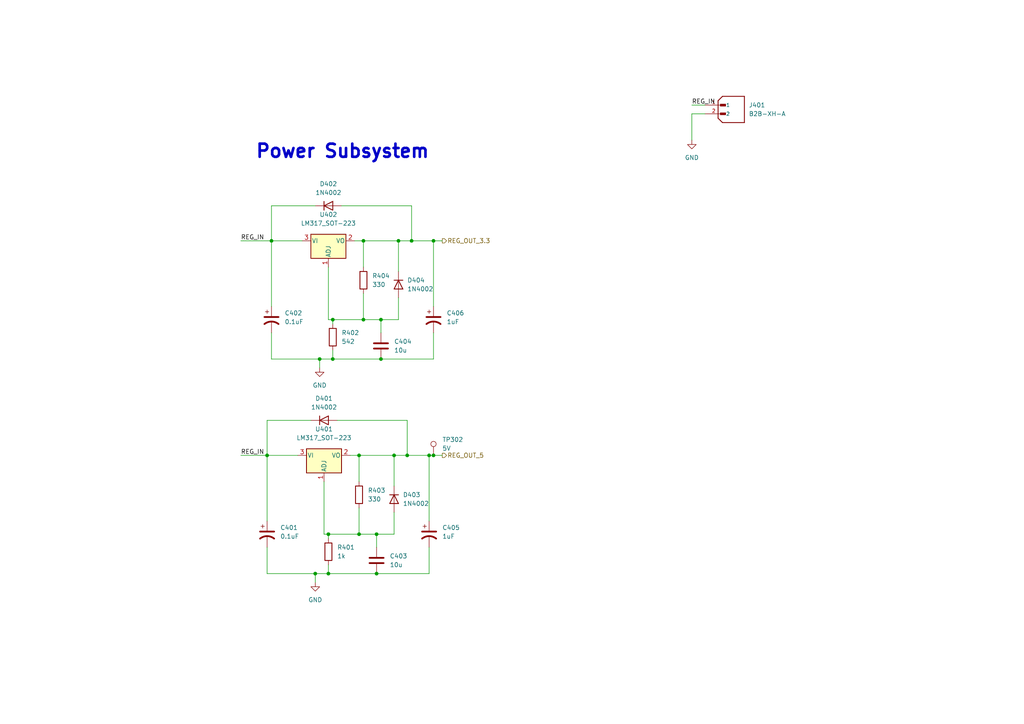
<source format=kicad_sch>
(kicad_sch (version 20250114) (generator "eeschema") (generator_version "9.0")
  (paper "A4")
  (lib_symbols
    (symbol "Battery Connector(JST-XH):B2B-XH-A" (pin_names (offset 1.016))
      (property "Reference" "J" (at -2.54 6.35 0))
      (property "Value" "B2B-XH-A" (at -2.54 -5.08 0))
      (symbol "B2B-XH-A_0_0"
        (polyline (pts (xy -3.81 3.81) (xy -3.81 -1.27)) (stroke (width 0.254)))
        (polyline (pts (xy -3.81 3.81) (xy -2.54 5.08)) (stroke (width 0.254)))
        (polyline (pts (xy -3.81 -1.27) (xy -2.54 -2.54)) (stroke (width 0.254)))
        (rectangle (start -3.175 2.2225) (end -1.5875 2.8575) (stroke (width 0.1)) (fill (type outline)))
        (rectangle (start -3.175 -0.3175) (end -1.5875 0.3175) (stroke (width 0.1)) (fill (type outline)))
        (polyline (pts (xy -2.54 -2.54) (xy 3.81 -2.54)) (stroke (width 0.254)))
        (polyline (pts (xy 3.81 5.08) (xy -2.54 5.08)) (stroke (width 0.254)))
        (polyline (pts (xy 3.81 -2.54) (xy 3.81 5.08)) (stroke (width 0.254)))
        (pin passive line (at -7.62 2.54 0) (length 5.08) (name "1") (number "1"))
        (pin passive line (at -7.62 0 0) (length 5.08) (name "2") (number "2"))
      )
    )
    (symbol "Connector:TestPoint" (pin_numbers (hide yes)) (pin_names (offset 0.762) (hide yes))
      (property "Reference" "TP" (at 0 6.858 0))
      (property "Value" "TestPoint" (at 0 5.08 0))
      (symbol "TestPoint_0_1"
        (circle (center 0 3.302) (radius 0.762))
      )
      (symbol "TestPoint_1_1"
        (pin passive line (at 0 0 90) (length 2.54) (name "1") (number "1"))
      )
    )
    (symbol "Device:C_Polarized_US" (pin_numbers (hide yes)) (pin_names (offset 0.254) (hide yes))
      (property "Reference" "C" (at 0.635 2.54 0))
      (property "Value" "C_Polarized_US" (at 0.635 -2.54 0))
      (symbol "C_Polarized_US_0_1"
        (polyline (pts (xy -2.032 0.762) (xy 2.032 0.762)) (stroke (width 0.508)))
        (polyline (pts (xy -1.778 2.286) (xy -0.762 2.286)))
        (polyline (pts (xy -1.27 1.778) (xy -1.27 2.794)))
        (arc (start -2.032 -1.27) (mid 0 -0.5572) (end 2.032 -1.27) (stroke (width 0.508)))
      )
      (symbol "C_Polarized_US_1_1"
        (pin passive line (at 0 3.81 270) (length 2.794) (name "~") (number "1"))
        (pin passive line (at 0 -3.81 90) (length 3.302) (name "~") (number "2"))
      )
    )
    (symbol "Device:R" (pin_numbers (hide yes)) (pin_names (offset 0))
      (property "Reference" "R" (at 2.032 0 90))
      (property "Value" "R" (at 0 0 90))
      (symbol "R_0_1"
        (rectangle (start -1.016 -2.54) (end 1.016 2.54) (stroke (width 0.254)))
      )
      (symbol "R_1_1"
        (pin passive line (at 0 3.81 270) (length 1.27) (name "~") (number "1"))
        (pin passive line (at 0 -3.81 90) (length 1.27) (name "~") (number "2"))
      )
    )
    (symbol "Diode:1N4002" (pin_numbers (hide yes)) (pin_names (offset 1.016) (hide yes))
      (property "Reference" "D" (at 0 2.54 0))
      (property "Value" "1N4002" (at 0 -2.54 0))
      (symbol "1N4002_0_1"
        (polyline (pts (xy -1.27 1.27) (xy -1.27 -1.27)) (stroke (width 0.254)))
        (polyline (pts (xy 1.27 1.27) (xy 1.27 -1.27) (xy -1.27 0) (xy 1.27 1.27)) (stroke (width 0.254)))
        (polyline (pts (xy 1.27 0) (xy -1.27 0)))
      )
      (symbol "1N4002_1_1"
        (pin passive line (at -3.81 0 0) (length 2.54) (name "K") (number "1"))
        (pin passive line (at 3.81 0 180) (length 2.54) (name "A") (number "2"))
      )
    )
    (symbol "GND_1" (power) (pin_numbers (hide yes)) (pin_names (offset 0) (hide yes))
      (property "Value" "GND" (at 0 -3.81 0))
      (symbol "GND_1_0_1"
        (polyline (pts (xy 0 0) (xy 0 -1.27) (xy 1.27 -1.27) (xy 0 -2.54) (xy -1.27 -1.27) (xy 0 -1.27)))
      )
      (symbol "GND_1_1_1"
        (pin power_in line (at 0 0 270) (length 0) (name "~") (number "1"))
      )
    )
    (symbol "Regulator_Linear:LM317_SOT-223" (pin_names (offset 0.254))
      (property "Reference" "U" (at -3.81 3.175 0))
      (property "Value" "LM317_SOT-223" (at 0 3.175 0))
      (symbol "LM317_SOT-223_0_1"
        (rectangle (start -5.08 1.905) (end 5.08 -5.08) (stroke (width 0.254)) (fill (type background)))
      )
      (symbol "LM317_SOT-223_1_1"
        (pin power_in line (at -7.62 0 0) (length 2.54) (name "VI") (number "3"))
        (pin input line (at 0 -7.62 90) (length 2.54) (name "ADJ") (number "1"))
        (pin power_out line (at 7.62 0 180) (length 2.54) (name "VO") (number "2"))
      )
    )
    (symbol "basic:C" (pin_numbers (hide yes)) (pin_names (offset 0.254))
      (property "Reference" "C" (at 0.635 2.54 0))
      (symbol "C_0_1"
        (polyline (pts (xy -2.032 0.762) (xy 2.032 0.762)) (stroke (width 0.508)))
        (polyline (pts (xy -2.032 -0.762) (xy 2.032 -0.762)) (stroke (width 0.508)))
      )
      (symbol "C_1_1"
        (pin passive line (at 0 3.81 270) (length 2.794) (name "~") (number "1"))
        (pin passive line (at 0 -3.81 90) (length 2.794) (name "~") (number "2"))
      )
    )
    (symbol "power:GND" (power) (pin_names (offset 0))
      (property "Value" "GND" (at 0 -3.81 0))
      (symbol "GND_0_1"
        (polyline (pts (xy 0 0) (xy 0 -1.27) (xy 1.27 -1.27) (xy 0 -2.54) (xy -1.27 -1.27) (xy 0 -1.27)))
      )
      (symbol "GND_1_1"
        (pin power_in line (at 0 0 270) (length 0) (hide yes) (name "GND") (number "1"))
      )
    )
  )
  (text "Power Subsystem\n" (at 73.914 46.228 0) (effects (font (size 3.81 3.81) (thickness 0.762) (bold yes)) (justify left bottom)))
  (junction (at 124.46 132.08))
  (junction (at 77.47 132.08))
  (junction (at 109.22 166.37))
  (junction (at 119.38 69.85))
  (junction (at 105.41 92.71))
  (junction (at 104.14 132.08))
  (junction (at 110.49 92.71))
  (junction (at 114.3 132.08))
  (junction (at 96.52 104.14))
  (junction (at 118.11 132.08))
  (junction (at 91.44 166.37))
  (junction (at 110.49 104.14))
  (junction (at 115.57 69.85))
  (junction (at 92.71 104.14))
  (junction (at 95.25 166.37))
  (junction (at 78.74 69.85))
  (junction (at 125.73 69.85))
  (junction (at 109.22 154.94))
  (junction (at 96.52 92.71))
  (junction (at 95.25 154.94))
  (junction (at 105.41 69.85))
  (junction (at 125.73 132.08))
  (junction (at 104.14 154.94))
  (wire (pts (xy 96.52 101.6) (xy 96.52 104.14)))
  (wire (pts (xy 99.06 59.69) (xy 119.38 59.69)))
  (wire (pts (xy 125.73 69.85) (xy 128.27 69.85)))
  (wire (pts (xy 102.87 69.85) (xy 105.41 69.85)))
  (wire (pts (xy 110.49 92.71) (xy 110.49 96.52)))
  (wire (pts (xy 115.57 92.71) (xy 110.49 92.71)))
  (wire (pts (xy 105.41 69.85) (xy 105.41 77.47)))
  (wire (pts (xy 92.71 104.14) (xy 92.71 106.68)))
  (wire (pts (xy 114.3 148.59) (xy 114.3 154.94)))
  (wire (pts (xy 101.6 132.08) (xy 104.14 132.08)))
  (wire (pts (xy 97.79 121.92) (xy 118.11 121.92)))
  (wire (pts (xy 124.46 132.08) (xy 124.46 151.13)))
  (wire (pts (xy 95.25 166.37) (xy 109.22 166.37)))
  (wire (pts (xy 96.52 92.71) (xy 105.41 92.71)))
  (wire (pts (xy 124.46 132.08) (xy 125.73 132.08)))
  (wire (pts (xy 115.57 86.36) (xy 115.57 92.71)))
  (wire (pts (xy 125.73 132.08) (xy 128.27 132.08)))
  (wire (pts (xy 104.14 132.08) (xy 114.3 132.08)))
  (wire (pts (xy 96.52 104.14) (xy 110.49 104.14)))
  (wire (pts (xy 77.47 121.92) (xy 77.47 132.08)))
  (wire (pts (xy 118.11 132.08) (xy 124.46 132.08)))
  (wire (pts (xy 78.74 59.69) (xy 78.74 69.85)))
  (wire (pts (xy 92.71 104.14) (xy 96.52 104.14)))
  (wire (pts (xy 115.57 69.85) (xy 115.57 78.74)))
  (wire (pts (xy 104.14 147.32) (xy 104.14 154.94)))
  (wire (pts (xy 119.38 69.85) (xy 125.73 69.85)))
  (wire (pts (xy 95.25 154.94) (xy 95.25 156.21)))
  (wire (pts (xy 105.41 92.71) (xy 110.49 92.71)))
  (wire (pts (xy 104.14 154.94) (xy 109.22 154.94)))
  (wire (pts (xy 95.25 77.47) (xy 95.25 92.71)))
  (wire (pts (xy 90.17 121.92) (xy 77.47 121.92)))
  (wire (pts (xy 95.25 92.71) (xy 96.52 92.71)))
  (wire (pts (xy 95.25 163.83) (xy 95.25 166.37)))
  (wire (pts (xy 77.47 132.08) (xy 77.47 151.13)))
  (wire (pts (xy 96.52 92.71) (xy 96.52 93.98)))
  (wire (pts (xy 95.25 154.94) (xy 104.14 154.94)))
  (wire (pts (xy 109.22 166.37) (xy 124.46 166.37)))
  (wire (pts (xy 104.14 132.08) (xy 104.14 139.7)))
  (wire (pts (xy 78.74 96.52) (xy 78.74 104.14)))
  (wire (pts (xy 118.11 121.92) (xy 118.11 132.08)))
  (wire (pts (xy 114.3 132.08) (xy 118.11 132.08)))
  (wire (pts (xy 77.47 158.75) (xy 77.47 166.37)))
  (wire (pts (xy 119.38 59.69) (xy 119.38 69.85)))
  (wire (pts (xy 93.98 154.94) (xy 95.25 154.94)))
  (wire (pts (xy 105.41 85.09) (xy 105.41 92.71)))
  (wire (pts (xy 110.49 104.14) (xy 125.73 104.14)))
  (wire (pts (xy 114.3 154.94) (xy 109.22 154.94)))
  (wire (pts (xy 204.47 30.48) (xy 200.66 30.48)))
  (wire (pts (xy 114.3 132.08) (xy 114.3 140.97)))
  (wire (pts (xy 125.73 96.52) (xy 125.73 104.14)))
  (wire (pts (xy 77.47 132.08) (xy 86.36 132.08)))
  (wire (pts (xy 91.44 59.69) (xy 78.74 59.69)))
  (wire (pts (xy 200.66 33.02) (xy 200.66 40.64)))
  (wire (pts (xy 115.57 69.85) (xy 119.38 69.85)))
  (wire (pts (xy 125.73 69.85) (xy 125.73 88.9)))
  (wire (pts (xy 69.85 69.85) (xy 78.74 69.85)))
  (wire (pts (xy 77.47 166.37) (xy 91.44 166.37)))
  (wire (pts (xy 78.74 104.14) (xy 92.71 104.14)))
  (wire (pts (xy 109.22 154.94) (xy 109.22 158.75)))
  (wire (pts (xy 69.85 132.08) (xy 77.47 132.08)))
  (wire (pts (xy 124.46 158.75) (xy 124.46 166.37)))
  (wire (pts (xy 105.41 69.85) (xy 115.57 69.85)))
  (wire (pts (xy 78.74 69.85) (xy 87.63 69.85)))
  (wire (pts (xy 91.44 166.37) (xy 91.44 168.91)))
  (wire (pts (xy 78.74 69.85) (xy 78.74 88.9)))
  (wire (pts (xy 91.44 166.37) (xy 95.25 166.37)))
  (wire (pts (xy 204.47 33.02) (xy 200.66 33.02)))
  (wire (pts (xy 93.98 139.7) (xy 93.98 154.94)))
  (label "REG_IN" (at 200.66 30.48 0))
  (label "REG_IN" (at 69.85 132.08 0))
  (label "REG_IN" (at 69.85 69.85 0))
  (hierarchical_label "REG_OUT_5" (shape output) (at 128.27 132.08 0))
  (hierarchical_label "REG_OUT_3.3" (shape output) (at 128.27 69.85 0))
  (symbol (lib_id "Device:R") (at 95.25 160.02 0) (unit 1)
    (property "Reference" "R401" (at 97.79 158.7499 0) (effects (justify left)))
    (property "Value" "1k" (at 97.79 161.2899 0) (effects (justify left)))
    (property "Footprint" "Resistor_SMD:R_0805_2012Metric_Pad1.20x1.40mm_HandSolder" (effects (hide yes)))
  )
  (symbol (lib_id "Diode:1N4002") (at 95.25 59.69 0) (unit 1)
    (property "Reference" "D402" (at 95.25 53.34 0))
    (property "Value" "1N4002" (at 95.25 55.88 0))
    (property "Footprint" "Diode_THT:D_DO-41_SOD81_P10.16mm_Horizontal" (effects (hide yes)))
    (property "Datasheet" "http://www.vishay.com/docs/88503/1n4001.pdf" (effects (hide yes)))
  )
  (symbol (lib_id "Device:C_Polarized_US") (at 125.73 92.71 0) (unit 1)
    (property "Reference" "C406" (at 129.54 90.8049 0) (effects (justify left)))
    (property "Value" "1uF" (at 129.54 93.3449 0) (effects (justify left)))
    (property "Footprint" "Capacitor_SMD:C_0603_1608Metric_Pad1.08x0.95mm_HandSolder" (effects (hide yes)))
  )
  (symbol (lib_id "Device:C_Polarized_US") (at 77.47 154.94 0) (unit 1)
    (property "Reference" "C401" (at 81.28 153.0349 0) (effects (justify left)))
    (property "Value" "0.1uF" (at 81.28 155.5749 0) (effects (justify left)))
    (property "Footprint" "Capacitor_SMD:C_0603_1608Metric_Pad1.08x0.95mm_HandSolder" (effects (hide yes)))
  )
  (symbol (lib_id "Regulator_Linear:LM317_SOT-223") (at 93.98 132.08 0) (unit 1)
    (property "Reference" "U401" (at 93.98 124.46 0))
    (property "Value" "LM317_SOT-223" (at 93.98 127 0))
    (property "Footprint" "Package_TO_SOT_SMD:SOT-223-3_TabPin2" (effects (hide yes)))
    (property "Datasheet" "http://www.ti.com/lit/ds/symlink/lm317.pdf" (effects (hide yes)))
  )
  (symbol (lib_id "Diode:1N4002") (at 93.98 121.92 0) (unit 1)
    (property "Reference" "D401" (at 93.98 115.57 0))
    (property "Value" "1N4002" (at 93.98 118.11 0))
    (property "Footprint" "Diode_THT:D_DO-41_SOD81_P10.16mm_Horizontal" (effects (hide yes)))
    (property "Datasheet" "http://www.vishay.com/docs/88503/1n4001.pdf" (effects (hide yes)))
  )
  (symbol (lib_id "Diode:1N4002") (at 114.3 144.78 270) (unit 1)
    (property "Reference" "D403" (at 116.84 143.5099 90) (effects (justify left)))
    (property "Value" "1N4002" (at 116.84 146.0499 90) (effects (justify left)))
    (property "Footprint" "Diode_THT:D_DO-41_SOD81_P10.16mm_Horizontal" (effects (hide yes)))
    (property "Datasheet" "http://www.vishay.com/docs/88503/1n4001.pdf" (effects (hide yes)))
  )
  (symbol (lib_id "power:GND") (at 91.44 168.91 0) (unit 1)
    (property "Reference" "#PWR0130" (effects (hide yes)))
    (property "Value" "GND" (at 91.44 173.99 0))
  )
  (symbol (lib_id "Device:R") (at 105.41 81.28 0) (unit 1)
    (property "Reference" "R404" (at 107.95 80.0099 0) (effects (justify left)))
    (property "Value" "330" (at 107.95 82.5499 0) (effects (justify left)))
    (property "Footprint" "Resistor_SMD:R_0805_2012Metric_Pad1.20x1.40mm_HandSolder" (effects (hide yes)))
  )
  (symbol (lib_id "Device:C_Polarized_US") (at 78.74 92.71 0) (unit 1)
    (property "Reference" "C402" (at 82.55 90.8049 0) (effects (justify left)))
    (property "Value" "0.1uF" (at 82.55 93.3449 0) (effects (justify left)))
    (property "Footprint" "Capacitor_SMD:C_0603_1608Metric_Pad1.08x0.95mm_HandSolder" (effects (hide yes)))
  )
  (symbol (lib_id "Regulator_Linear:LM317_SOT-223") (at 95.25 69.85 0) (unit 1)
    (property "Reference" "U402" (at 95.25 62.23 0))
    (property "Value" "LM317_SOT-223" (at 95.25 64.77 0))
    (property "Footprint" "Package_TO_SOT_SMD:SOT-223-3_TabPin2" (effects (hide yes)))
    (property "Datasheet" "http://www.ti.com/lit/ds/symlink/lm317.pdf" (effects (hide yes)))
  )
  (symbol (lib_id "Connector:TestPoint") (at 125.73 132.08 0) (unit 1)
    (property "Reference" "TP302" (at 128.27 127.5079 0) (effects (justify left)))
    (property "Value" "5V" (at 128.27 130.0479 0) (effects (justify left)))
    (property "Footprint" "TestPoint:TestPoint_Keystone_5000-5004_Miniature" (effects (hide yes)))
  )
  (symbol (lib_id "Battery Connector(JST-XH):B2B-XH-A") (at 212.09 33.02 0) (unit 1)
    (property "Reference" "J401" (at 217.17 30.4799 0) (effects (justify left)))
    (property "Value" "B2B-XH-A" (at 217.17 33.0199 0) (effects (justify left)))
    (property "Footprint" "Battery Connector(JST-XH):JST_B2B-XH-A" (effects (hide yes)))
    (property "PARTREV" "N/A" (effects (hide yes)))
    (property "STANDARD" "Manufacturer Recommendations" (effects (hide yes)))
    (property "MAXIMUM_PACKAGE_HEIGHT" "7 mm" (effects (hide yes)))
    (property "MANUFACTURER" "JST Sales America Inc." (effects (hide yes)))
  )
  (symbol (lib_id "Device:R") (at 104.14 143.51 0) (unit 1)
    (property "Reference" "R403" (at 106.68 142.2399 0) (effects (justify left)))
    (property "Value" "330" (at 106.68 144.7799 0) (effects (justify left)))
    (property "Footprint" "Resistor_SMD:R_0805_2012Metric_Pad1.20x1.40mm_HandSolder" (effects (hide yes)))
  )
  (symbol (lib_id "Diode:1N4002") (at 115.57 82.55 270) (unit 1)
    (property "Reference" "D404" (at 118.11 81.2799 90) (effects (justify left)))
    (property "Value" "1N4002" (at 118.11 83.8199 90) (effects (justify left)))
    (property "Footprint" "Diode_THT:D_DO-41_SOD81_P10.16mm_Horizontal" (effects (hide yes)))
    (property "Datasheet" "http://www.vishay.com/docs/88503/1n4001.pdf" (effects (hide yes)))
  )
  (symbol (lib_id "basic:C") (at 109.22 162.56 0) (unit 1)
    (property "Reference" "C403" (at 113.03 161.2899 0) (effects (justify left)))
    (property "Value" "10u" (at 113.03 163.8299 0) (effects (justify left)))
    (property "Footprint" "Capacitor_SMD:C_0603_1608Metric_Pad1.08x0.95mm_HandSolder" (effects (hide yes)))
  )
  (symbol (lib_id "Device:R") (at 96.52 97.79 0) (unit 1)
    (property "Reference" "R402" (at 99.06 96.5199 0) (effects (justify left)))
    (property "Value" "542" (at 99.06 99.0599 0) (effects (justify left)))
    (property "Footprint" "Resistor_SMD:R_0805_2012Metric_Pad1.20x1.40mm_HandSolder" (effects (hide yes)))
  )
  (symbol (lib_id "basic:C") (at 110.49 100.33 0) (unit 1)
    (property "Reference" "C404" (at 114.3 99.0599 0) (effects (justify left)))
    (property "Value" "10u" (at 114.3 101.5999 0) (effects (justify left)))
    (property "Footprint" "Capacitor_SMD:C_0603_1608Metric_Pad1.08x0.95mm_HandSolder" (effects (hide yes)))
  )
  (symbol (lib_id "Device:C_Polarized_US") (at 124.46 154.94 0) (unit 1)
    (property "Reference" "C405" (at 128.27 153.0349 0) (effects (justify left)))
    (property "Value" "1uF" (at 128.27 155.5749 0) (effects (justify left)))
    (property "Footprint" "Capacitor_SMD:C_0603_1608Metric_Pad1.08x0.95mm_HandSolder" (effects (hide yes)))
  )
  (symbol (lib_id "power:GND") (at 92.71 106.68 0) (unit 1)
    (property "Reference" "#PWR0131" (effects (hide yes)))
    (property "Value" "GND" (at 92.71 111.76 0))
  )
  (symbol (lib_name "GND_1") (lib_id "power:GND") (at 200.66 40.64 0) (unit 1)
    (property "Reference" "#PWR0401" (effects (hide yes)))
    (property "Value" "GND" (at 200.66 45.72 0))
    (property "Description" "Power symbol creates a global label with name \"GND\" , ground" (effects (hide yes)))
  )
)
</source>
